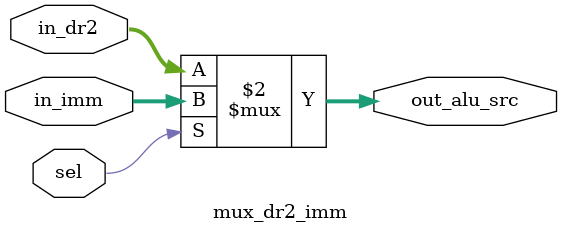
<source format=v>
`timescale 1ns / 1ns

module mux_rt_rd (
    input       [4:0]   in_rt, in_rd,
    input               sel,
    output      [4:0]   out_aw
);
    assign out_aw = (sel == 1'b0) ? in_rt : in_rd;
endmodule

module mux_dr2_imm  (
    input       [31:0]  in_dr2, in_imm,
    input               sel,
    output      [31:0]  out_alu_src 
);
    assign out_alu_src = (sel == 1'b0) ? in_dr2 : in_imm;
endmodule

</source>
